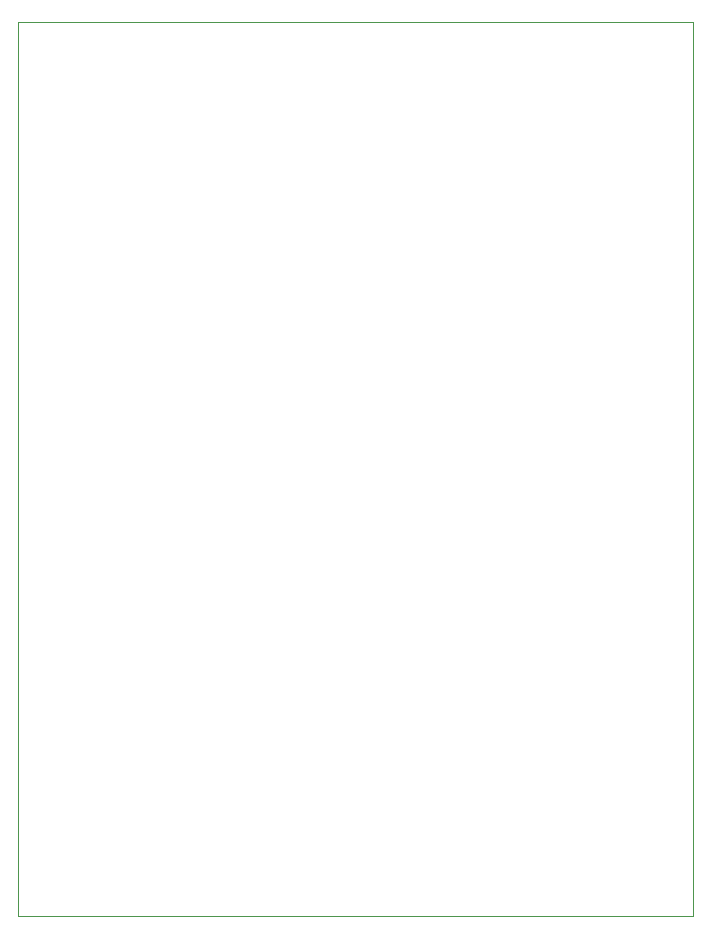
<source format=gbr>
%TF.GenerationSoftware,KiCad,Pcbnew,(6.0.2)*%
%TF.CreationDate,2022-04-07T06:34:10-06:00*%
%TF.ProjectId,MacPortable_THTV1,4d616350-6f72-4746-9162-6c655f544854,rev?*%
%TF.SameCoordinates,Original*%
%TF.FileFunction,Profile,NP*%
%FSLAX46Y46*%
G04 Gerber Fmt 4.6, Leading zero omitted, Abs format (unit mm)*
G04 Created by KiCad (PCBNEW (6.0.2)) date 2022-04-07 06:34:10*
%MOMM*%
%LPD*%
G01*
G04 APERTURE LIST*
%TA.AperFunction,Profile*%
%ADD10C,0.100000*%
%TD*%
G04 APERTURE END LIST*
D10*
X106680000Y-135656320D02*
X106680000Y-59997340D01*
X106680000Y-59997340D02*
X163830000Y-59997340D01*
X163830000Y-135656320D02*
X106680000Y-135656320D01*
X163830000Y-59997340D02*
X163830000Y-135656320D01*
M02*

</source>
